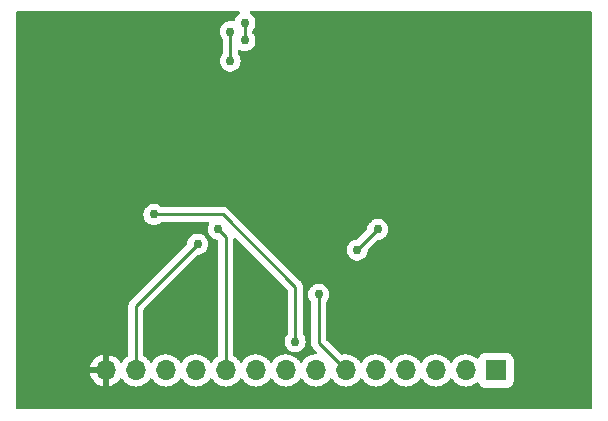
<source format=gbr>
%TF.GenerationSoftware,KiCad,Pcbnew,(5.99.0-9830-g9acf5e365a)*%
%TF.CreationDate,2021-04-09T09:54:32+02:00*%
%TF.ProjectId,Power Supply Control Board SG3525,506f7765-7220-4537-9570-706c7920436f,V 2.0*%
%TF.SameCoordinates,Original*%
%TF.FileFunction,Copper,L2,Bot*%
%TF.FilePolarity,Positive*%
%FSLAX46Y46*%
G04 Gerber Fmt 4.6, Leading zero omitted, Abs format (unit mm)*
G04 Created by KiCad (PCBNEW (5.99.0-9830-g9acf5e365a)) date 2021-04-09 09:54:32*
%MOMM*%
%LPD*%
G01*
G04 APERTURE LIST*
%TA.AperFunction,ComponentPad*%
%ADD10R,1.700000X1.700000*%
%TD*%
%TA.AperFunction,ComponentPad*%
%ADD11O,1.700000X1.700000*%
%TD*%
%TA.AperFunction,ViaPad*%
%ADD12C,0.762000*%
%TD*%
%TA.AperFunction,Conductor*%
%ADD13C,0.254000*%
%TD*%
G04 APERTURE END LIST*
D10*
%TO.P,J1,1,Pin_1*%
%TO.N,VB+*%
X143256000Y-123190000D03*
D11*
%TO.P,J1,2,Pin_2*%
%TO.N,unconnected-(J1-Pad2)*%
X140716000Y-123190000D03*
%TO.P,J1,3,Pin_3*%
%TO.N,HO*%
X138176000Y-123190000D03*
%TO.P,J1,4,Pin_4*%
%TO.N,Vs*%
X135636000Y-123190000D03*
%TO.P,J1,5,Pin_5*%
%TO.N,unconnected-(J1-Pad5)*%
X133096000Y-123190000D03*
%TO.P,J1,6,Pin_6*%
%TO.N,LO*%
X130556000Y-123190000D03*
%TO.P,J1,7,Pin_7*%
%TO.N,+16V*%
X128016000Y-123190000D03*
%TO.P,J1,8,Pin_8*%
%TO.N,FBK+*%
X125476000Y-123190000D03*
%TO.P,J1,9,Pin_9*%
%TO.N,FBK-*%
X122936000Y-123190000D03*
%TO.P,J1,10,Pin_10*%
%TO.N,ShutDown*%
X120396000Y-123190000D03*
%TO.P,J1,11,Pin_11*%
%TO.N,CS+*%
X117856000Y-123190000D03*
%TO.P,J1,12,Pin_12*%
%TO.N,CS-*%
X115316000Y-123190000D03*
%TO.P,J1,13,Pin_13*%
%TO.N,~ShutDown*%
X112776000Y-123190000D03*
%TO.P,J1,14,Pin_14*%
%TO.N,GND*%
X110236000Y-123190000D03*
%TD*%
D12*
%TO.N,GND*%
X106045000Y-99441000D03*
X116459000Y-102616000D03*
X117602000Y-117856000D03*
X129540000Y-120396000D03*
X109500000Y-93250000D03*
X104500000Y-93500000D03*
X136500000Y-108500000D03*
X132500000Y-108500000D03*
X125750000Y-110000000D03*
X124250000Y-110000000D03*
X131000000Y-103000000D03*
%TO.N,Net-(U2-Pad11)*%
X122000000Y-95250000D03*
X122000000Y-93750000D03*
%TO.N,+16V*%
X120750000Y-97000000D03*
X120750000Y-94500000D03*
%TO.N,GND*%
X125500000Y-103250000D03*
X111853597Y-97169635D03*
%TO.N,+Vref*%
X126250000Y-120750000D03*
%TO.N,GND*%
X108000000Y-113250000D03*
X105750000Y-113500000D03*
%TO.N,+16V*%
X133250000Y-111250000D03*
X131500000Y-113000000D03*
%TO.N,ShutDown*%
X119750000Y-111250000D03*
%TO.N,LO*%
X128250000Y-116750000D03*
%TO.N,+Vref*%
X114300000Y-109982000D03*
%TO.N,~ShutDown*%
X118000000Y-112500000D03*
%TD*%
D13*
%TO.N,+Vref*%
X120142000Y-109982000D02*
X114300000Y-109982000D01*
X126250000Y-116090000D02*
X120142000Y-109982000D01*
X126250000Y-120750000D02*
X126250000Y-116090000D01*
%TO.N,Net-(U2-Pad11)*%
X122000000Y-93750000D02*
X122000000Y-95250000D01*
%TO.N,+16V*%
X120750000Y-97000000D02*
X120750000Y-94500000D01*
X131500000Y-113000000D02*
X133250000Y-111250000D01*
%TO.N,ShutDown*%
X119750000Y-111250000D02*
X120396000Y-111896000D01*
X120396000Y-111896000D02*
X120396000Y-123190000D01*
%TO.N,LO*%
X128250000Y-120884000D02*
X130556000Y-123190000D01*
X128250000Y-116750000D02*
X128250000Y-120884000D01*
%TO.N,~ShutDown*%
X112776000Y-117724000D02*
X118000000Y-112500000D01*
X112776000Y-123190000D02*
X112776000Y-117724000D01*
%TD*%
%TA.AperFunction,Conductor*%
%TO.N,GND*%
G36*
X121532226Y-92778002D02*
G01*
X121578719Y-92831658D01*
X121588823Y-92901932D01*
X121559329Y-92966512D01*
X121538166Y-92985936D01*
X121401463Y-93085257D01*
X121276334Y-93224226D01*
X121273034Y-93229942D01*
X121273031Y-93229946D01*
X121186138Y-93380451D01*
X121182834Y-93386174D01*
X121180792Y-93392459D01*
X121127822Y-93555484D01*
X121087749Y-93614090D01*
X121022352Y-93641727D01*
X120981793Y-93639795D01*
X120946587Y-93632312D01*
X120849958Y-93611772D01*
X120849953Y-93611772D01*
X120843501Y-93610400D01*
X120656499Y-93610400D01*
X120650047Y-93611772D01*
X120650042Y-93611772D01*
X120565041Y-93629840D01*
X120473584Y-93649280D01*
X120467554Y-93651965D01*
X120467553Y-93651965D01*
X120308780Y-93722655D01*
X120308778Y-93722656D01*
X120302750Y-93725340D01*
X120297409Y-93729220D01*
X120297408Y-93729221D01*
X120174553Y-93818481D01*
X120151463Y-93835257D01*
X120026334Y-93974226D01*
X120023034Y-93979942D01*
X120023031Y-93979946D01*
X119942432Y-94119549D01*
X119932834Y-94136174D01*
X119875047Y-94314023D01*
X119874357Y-94320586D01*
X119874357Y-94320587D01*
X119863692Y-94422059D01*
X119855500Y-94500000D01*
X119856190Y-94506565D01*
X119868776Y-94626308D01*
X119875047Y-94685977D01*
X119932834Y-94863826D01*
X119936137Y-94869548D01*
X119936138Y-94869549D01*
X120023031Y-95020054D01*
X120023034Y-95020058D01*
X120026334Y-95025774D01*
X120030752Y-95030681D01*
X120030753Y-95030682D01*
X120082136Y-95087748D01*
X120112853Y-95151756D01*
X120114500Y-95172059D01*
X120114500Y-96327941D01*
X120094498Y-96396062D01*
X120082137Y-96412250D01*
X120026334Y-96474226D01*
X120023034Y-96479942D01*
X120023031Y-96479946D01*
X119936138Y-96630451D01*
X119932834Y-96636174D01*
X119875047Y-96814023D01*
X119855500Y-97000000D01*
X119875047Y-97185977D01*
X119932834Y-97363826D01*
X119936137Y-97369548D01*
X119936138Y-97369549D01*
X120023031Y-97520054D01*
X120023034Y-97520058D01*
X120026334Y-97525774D01*
X120151463Y-97664743D01*
X120302750Y-97774660D01*
X120308778Y-97777344D01*
X120308780Y-97777345D01*
X120467553Y-97848035D01*
X120473584Y-97850720D01*
X120565041Y-97870160D01*
X120650042Y-97888228D01*
X120650047Y-97888228D01*
X120656499Y-97889600D01*
X120843501Y-97889600D01*
X120849953Y-97888228D01*
X120849958Y-97888228D01*
X120934959Y-97870160D01*
X121026416Y-97850720D01*
X121032447Y-97848035D01*
X121191220Y-97777345D01*
X121191222Y-97777344D01*
X121197250Y-97774660D01*
X121348537Y-97664743D01*
X121473666Y-97525774D01*
X121476966Y-97520058D01*
X121476969Y-97520054D01*
X121563862Y-97369549D01*
X121563863Y-97369548D01*
X121567166Y-97363826D01*
X121624953Y-97185977D01*
X121644500Y-97000000D01*
X121624953Y-96814023D01*
X121567166Y-96636174D01*
X121563862Y-96630451D01*
X121476969Y-96479946D01*
X121476966Y-96479942D01*
X121473666Y-96474226D01*
X121417864Y-96412252D01*
X121387147Y-96348244D01*
X121385500Y-96327941D01*
X121385500Y-96144219D01*
X121405502Y-96076098D01*
X121459158Y-96029605D01*
X121529432Y-96019501D01*
X121562749Y-96029112D01*
X121668282Y-96076098D01*
X121723584Y-96100720D01*
X121815042Y-96120160D01*
X121900042Y-96138228D01*
X121900047Y-96138228D01*
X121906499Y-96139600D01*
X122093501Y-96139600D01*
X122099953Y-96138228D01*
X122099958Y-96138228D01*
X122184958Y-96120160D01*
X122276416Y-96100720D01*
X122282447Y-96098035D01*
X122441220Y-96027345D01*
X122441222Y-96027344D01*
X122447250Y-96024660D01*
X122598537Y-95914743D01*
X122614501Y-95897014D01*
X122719247Y-95780682D01*
X122719248Y-95780681D01*
X122723666Y-95775774D01*
X122726966Y-95770058D01*
X122726969Y-95770054D01*
X122813862Y-95619549D01*
X122813863Y-95619548D01*
X122817166Y-95613826D01*
X122874953Y-95435977D01*
X122894500Y-95250000D01*
X122884174Y-95151756D01*
X122875643Y-95070587D01*
X122875643Y-95070586D01*
X122874953Y-95064023D01*
X122817166Y-94886174D01*
X122807568Y-94869549D01*
X122726969Y-94729946D01*
X122726966Y-94729942D01*
X122723666Y-94724226D01*
X122667864Y-94662252D01*
X122637147Y-94598244D01*
X122635500Y-94577941D01*
X122635500Y-94422059D01*
X122655502Y-94353938D01*
X122667864Y-94337748D01*
X122719247Y-94280682D01*
X122719248Y-94280681D01*
X122723666Y-94275774D01*
X122726966Y-94270058D01*
X122726969Y-94270054D01*
X122813862Y-94119549D01*
X122813863Y-94119548D01*
X122817166Y-94113826D01*
X122874953Y-93935977D01*
X122894500Y-93750000D01*
X122879972Y-93611772D01*
X122875643Y-93570587D01*
X122875643Y-93570586D01*
X122874953Y-93564023D01*
X122872179Y-93555484D01*
X122819208Y-93392459D01*
X122817166Y-93386174D01*
X122813862Y-93380451D01*
X122726969Y-93229946D01*
X122726966Y-93229942D01*
X122723666Y-93224226D01*
X122598537Y-93085257D01*
X122461834Y-92985936D01*
X122418480Y-92929714D01*
X122412405Y-92858977D01*
X122445537Y-92796186D01*
X122507357Y-92761274D01*
X122535895Y-92758000D01*
X151258000Y-92758000D01*
X151326121Y-92778002D01*
X151372614Y-92831658D01*
X151384000Y-92884000D01*
X151384000Y-126366000D01*
X151363998Y-126434121D01*
X151310342Y-126480614D01*
X151258000Y-126492000D01*
X102742000Y-126492000D01*
X102673879Y-126471998D01*
X102627386Y-126418342D01*
X102616000Y-126366000D01*
X102616000Y-123462423D01*
X108904255Y-123462423D01*
X108912638Y-123514471D01*
X108915212Y-123524793D01*
X108986230Y-123732810D01*
X108990497Y-123742533D01*
X109095556Y-123935625D01*
X109101402Y-123944491D01*
X109237486Y-124117113D01*
X109244750Y-124124875D01*
X109407967Y-124272094D01*
X109416444Y-124278528D01*
X109602122Y-124396136D01*
X109611567Y-124401053D01*
X109814406Y-124485694D01*
X109824545Y-124488950D01*
X109964345Y-124521096D01*
X109978422Y-124520257D01*
X109982000Y-124510999D01*
X109982000Y-123462115D01*
X109977525Y-123446876D01*
X109976135Y-123445671D01*
X109968452Y-123444000D01*
X108919403Y-123444000D01*
X108906222Y-123447870D01*
X108904255Y-123462423D01*
X102616000Y-123462423D01*
X102616000Y-122918174D01*
X108905008Y-122918174D01*
X108906427Y-122931414D01*
X108921062Y-122936000D01*
X109963885Y-122936000D01*
X109979124Y-122931525D01*
X109980329Y-122930135D01*
X109982000Y-122922452D01*
X109982000Y-121873717D01*
X109981328Y-121871430D01*
X110490000Y-121871430D01*
X110490000Y-124509941D01*
X110494151Y-124524079D01*
X110504798Y-124525774D01*
X110508192Y-124525096D01*
X110719333Y-124463954D01*
X110729259Y-124460143D01*
X110927065Y-124364307D01*
X110936212Y-124358876D01*
X111115041Y-124231083D01*
X111123149Y-124224182D01*
X111277893Y-124068082D01*
X111284706Y-124059934D01*
X111403368Y-123890781D01*
X111458864Y-123846501D01*
X111529489Y-123839254D01*
X111592822Y-123871340D01*
X111617196Y-123902923D01*
X111637685Y-123940580D01*
X111780424Y-124121644D01*
X111784389Y-124125220D01*
X111947659Y-124272489D01*
X111947665Y-124272494D01*
X111951629Y-124276069D01*
X112146406Y-124399439D01*
X112359184Y-124488228D01*
X112364387Y-124489425D01*
X112364392Y-124489426D01*
X112578678Y-124538701D01*
X112578683Y-124538702D01*
X112583881Y-124539897D01*
X112589209Y-124540200D01*
X112589212Y-124540200D01*
X112745293Y-124549063D01*
X112814071Y-124552968D01*
X112819378Y-124552368D01*
X112819380Y-124552368D01*
X112940272Y-124538701D01*
X113043173Y-124527068D01*
X113048288Y-124525587D01*
X113048292Y-124525586D01*
X113173161Y-124489426D01*
X113264635Y-124462937D01*
X113472125Y-124362409D01*
X113476463Y-124359309D01*
X113476468Y-124359306D01*
X113655370Y-124231459D01*
X113659711Y-124228357D01*
X113769990Y-124117113D01*
X113818277Y-124068403D01*
X113818278Y-124068402D01*
X113822030Y-124064617D01*
X113825090Y-124060255D01*
X113825095Y-124060249D01*
X113943634Y-123891271D01*
X113999130Y-123846990D01*
X114069755Y-123839743D01*
X114133088Y-123871829D01*
X114157461Y-123903410D01*
X114177685Y-123940580D01*
X114320424Y-124121644D01*
X114324389Y-124125220D01*
X114487659Y-124272489D01*
X114487665Y-124272494D01*
X114491629Y-124276069D01*
X114686406Y-124399439D01*
X114899184Y-124488228D01*
X114904387Y-124489425D01*
X114904392Y-124489426D01*
X115118678Y-124538701D01*
X115118683Y-124538702D01*
X115123881Y-124539897D01*
X115129209Y-124540200D01*
X115129212Y-124540200D01*
X115285293Y-124549063D01*
X115354071Y-124552968D01*
X115359378Y-124552368D01*
X115359380Y-124552368D01*
X115480272Y-124538701D01*
X115583173Y-124527068D01*
X115588288Y-124525587D01*
X115588292Y-124525586D01*
X115713161Y-124489426D01*
X115804635Y-124462937D01*
X116012125Y-124362409D01*
X116016463Y-124359309D01*
X116016468Y-124359306D01*
X116195370Y-124231459D01*
X116199711Y-124228357D01*
X116309990Y-124117113D01*
X116358277Y-124068403D01*
X116358278Y-124068402D01*
X116362030Y-124064617D01*
X116365090Y-124060255D01*
X116365095Y-124060249D01*
X116483634Y-123891271D01*
X116539130Y-123846990D01*
X116609755Y-123839743D01*
X116673088Y-123871829D01*
X116697461Y-123903410D01*
X116717685Y-123940580D01*
X116860424Y-124121644D01*
X116864389Y-124125220D01*
X117027659Y-124272489D01*
X117027665Y-124272494D01*
X117031629Y-124276069D01*
X117226406Y-124399439D01*
X117439184Y-124488228D01*
X117444387Y-124489425D01*
X117444392Y-124489426D01*
X117658678Y-124538701D01*
X117658683Y-124538702D01*
X117663881Y-124539897D01*
X117669209Y-124540200D01*
X117669212Y-124540200D01*
X117825293Y-124549063D01*
X117894071Y-124552968D01*
X117899378Y-124552368D01*
X117899380Y-124552368D01*
X118020272Y-124538701D01*
X118123173Y-124527068D01*
X118128288Y-124525587D01*
X118128292Y-124525586D01*
X118253161Y-124489426D01*
X118344635Y-124462937D01*
X118552125Y-124362409D01*
X118556463Y-124359309D01*
X118556468Y-124359306D01*
X118735370Y-124231459D01*
X118739711Y-124228357D01*
X118849990Y-124117113D01*
X118898277Y-124068403D01*
X118898278Y-124068402D01*
X118902030Y-124064617D01*
X118905090Y-124060255D01*
X118905095Y-124060249D01*
X119023634Y-123891271D01*
X119079130Y-123846990D01*
X119149755Y-123839743D01*
X119213088Y-123871829D01*
X119237461Y-123903410D01*
X119257685Y-123940580D01*
X119400424Y-124121644D01*
X119404389Y-124125220D01*
X119567659Y-124272489D01*
X119567665Y-124272494D01*
X119571629Y-124276069D01*
X119766406Y-124399439D01*
X119979184Y-124488228D01*
X119984387Y-124489425D01*
X119984392Y-124489426D01*
X120198678Y-124538701D01*
X120198683Y-124538702D01*
X120203881Y-124539897D01*
X120209209Y-124540200D01*
X120209212Y-124540200D01*
X120365293Y-124549063D01*
X120434071Y-124552968D01*
X120439378Y-124552368D01*
X120439380Y-124552368D01*
X120560272Y-124538701D01*
X120663173Y-124527068D01*
X120668288Y-124525587D01*
X120668292Y-124525586D01*
X120793161Y-124489426D01*
X120884635Y-124462937D01*
X121092125Y-124362409D01*
X121096463Y-124359309D01*
X121096468Y-124359306D01*
X121275370Y-124231459D01*
X121279711Y-124228357D01*
X121389990Y-124117113D01*
X121438277Y-124068403D01*
X121438278Y-124068402D01*
X121442030Y-124064617D01*
X121445090Y-124060255D01*
X121445095Y-124060249D01*
X121563634Y-123891271D01*
X121619130Y-123846990D01*
X121689755Y-123839743D01*
X121753088Y-123871829D01*
X121777461Y-123903410D01*
X121797685Y-123940580D01*
X121940424Y-124121644D01*
X121944389Y-124125220D01*
X122107659Y-124272489D01*
X122107665Y-124272494D01*
X122111629Y-124276069D01*
X122306406Y-124399439D01*
X122519184Y-124488228D01*
X122524387Y-124489425D01*
X122524392Y-124489426D01*
X122738678Y-124538701D01*
X122738683Y-124538702D01*
X122743881Y-124539897D01*
X122749209Y-124540200D01*
X122749212Y-124540200D01*
X122905293Y-124549063D01*
X122974071Y-124552968D01*
X122979378Y-124552368D01*
X122979380Y-124552368D01*
X123100272Y-124538701D01*
X123203173Y-124527068D01*
X123208288Y-124525587D01*
X123208292Y-124525586D01*
X123333161Y-124489426D01*
X123424635Y-124462937D01*
X123632125Y-124362409D01*
X123636463Y-124359309D01*
X123636468Y-124359306D01*
X123815370Y-124231459D01*
X123819711Y-124228357D01*
X123929990Y-124117113D01*
X123978277Y-124068403D01*
X123978278Y-124068402D01*
X123982030Y-124064617D01*
X123985090Y-124060255D01*
X123985095Y-124060249D01*
X124103634Y-123891271D01*
X124159130Y-123846990D01*
X124229755Y-123839743D01*
X124293088Y-123871829D01*
X124317461Y-123903410D01*
X124337685Y-123940580D01*
X124480424Y-124121644D01*
X124484389Y-124125220D01*
X124647659Y-124272489D01*
X124647665Y-124272494D01*
X124651629Y-124276069D01*
X124846406Y-124399439D01*
X125059184Y-124488228D01*
X125064387Y-124489425D01*
X125064392Y-124489426D01*
X125278678Y-124538701D01*
X125278683Y-124538702D01*
X125283881Y-124539897D01*
X125289209Y-124540200D01*
X125289212Y-124540200D01*
X125445293Y-124549063D01*
X125514071Y-124552968D01*
X125519378Y-124552368D01*
X125519380Y-124552368D01*
X125640272Y-124538701D01*
X125743173Y-124527068D01*
X125748288Y-124525587D01*
X125748292Y-124525586D01*
X125873161Y-124489426D01*
X125964635Y-124462937D01*
X126172125Y-124362409D01*
X126176463Y-124359309D01*
X126176468Y-124359306D01*
X126355370Y-124231459D01*
X126359711Y-124228357D01*
X126469990Y-124117113D01*
X126518277Y-124068403D01*
X126518278Y-124068402D01*
X126522030Y-124064617D01*
X126525090Y-124060255D01*
X126525095Y-124060249D01*
X126643634Y-123891271D01*
X126699130Y-123846990D01*
X126769755Y-123839743D01*
X126833088Y-123871829D01*
X126857461Y-123903410D01*
X126877685Y-123940580D01*
X127020424Y-124121644D01*
X127024389Y-124125220D01*
X127187659Y-124272489D01*
X127187665Y-124272494D01*
X127191629Y-124276069D01*
X127386406Y-124399439D01*
X127599184Y-124488228D01*
X127604387Y-124489425D01*
X127604392Y-124489426D01*
X127818678Y-124538701D01*
X127818683Y-124538702D01*
X127823881Y-124539897D01*
X127829209Y-124540200D01*
X127829212Y-124540200D01*
X127985293Y-124549063D01*
X128054071Y-124552968D01*
X128059378Y-124552368D01*
X128059380Y-124552368D01*
X128180272Y-124538701D01*
X128283173Y-124527068D01*
X128288288Y-124525587D01*
X128288292Y-124525586D01*
X128413161Y-124489426D01*
X128504635Y-124462937D01*
X128712125Y-124362409D01*
X128716463Y-124359309D01*
X128716468Y-124359306D01*
X128895370Y-124231459D01*
X128899711Y-124228357D01*
X129009990Y-124117113D01*
X129058277Y-124068403D01*
X129058278Y-124068402D01*
X129062030Y-124064617D01*
X129065090Y-124060255D01*
X129065095Y-124060249D01*
X129183634Y-123891271D01*
X129239130Y-123846990D01*
X129309755Y-123839743D01*
X129373088Y-123871829D01*
X129397461Y-123903410D01*
X129417685Y-123940580D01*
X129560424Y-124121644D01*
X129564389Y-124125220D01*
X129727659Y-124272489D01*
X129727665Y-124272494D01*
X129731629Y-124276069D01*
X129926406Y-124399439D01*
X130139184Y-124488228D01*
X130144387Y-124489425D01*
X130144392Y-124489426D01*
X130358678Y-124538701D01*
X130358683Y-124538702D01*
X130363881Y-124539897D01*
X130369209Y-124540200D01*
X130369212Y-124540200D01*
X130525293Y-124549063D01*
X130594071Y-124552968D01*
X130599378Y-124552368D01*
X130599380Y-124552368D01*
X130720272Y-124538701D01*
X130823173Y-124527068D01*
X130828288Y-124525587D01*
X130828292Y-124525586D01*
X130953161Y-124489426D01*
X131044635Y-124462937D01*
X131252125Y-124362409D01*
X131256463Y-124359309D01*
X131256468Y-124359306D01*
X131435370Y-124231459D01*
X131439711Y-124228357D01*
X131549990Y-124117113D01*
X131598277Y-124068403D01*
X131598278Y-124068402D01*
X131602030Y-124064617D01*
X131605090Y-124060255D01*
X131605095Y-124060249D01*
X131723634Y-123891271D01*
X131779130Y-123846990D01*
X131849755Y-123839743D01*
X131913088Y-123871829D01*
X131937461Y-123903410D01*
X131957685Y-123940580D01*
X132100424Y-124121644D01*
X132104389Y-124125220D01*
X132267659Y-124272489D01*
X132267665Y-124272494D01*
X132271629Y-124276069D01*
X132466406Y-124399439D01*
X132679184Y-124488228D01*
X132684387Y-124489425D01*
X132684392Y-124489426D01*
X132898678Y-124538701D01*
X132898683Y-124538702D01*
X132903881Y-124539897D01*
X132909209Y-124540200D01*
X132909212Y-124540200D01*
X133065293Y-124549063D01*
X133134071Y-124552968D01*
X133139378Y-124552368D01*
X133139380Y-124552368D01*
X133260272Y-124538701D01*
X133363173Y-124527068D01*
X133368288Y-124525587D01*
X133368292Y-124525586D01*
X133493161Y-124489426D01*
X133584635Y-124462937D01*
X133792125Y-124362409D01*
X133796463Y-124359309D01*
X133796468Y-124359306D01*
X133975370Y-124231459D01*
X133979711Y-124228357D01*
X134089990Y-124117113D01*
X134138277Y-124068403D01*
X134138278Y-124068402D01*
X134142030Y-124064617D01*
X134145090Y-124060255D01*
X134145095Y-124060249D01*
X134263634Y-123891271D01*
X134319130Y-123846990D01*
X134389755Y-123839743D01*
X134453088Y-123871829D01*
X134477461Y-123903410D01*
X134497685Y-123940580D01*
X134640424Y-124121644D01*
X134644389Y-124125220D01*
X134807659Y-124272489D01*
X134807665Y-124272494D01*
X134811629Y-124276069D01*
X135006406Y-124399439D01*
X135219184Y-124488228D01*
X135224387Y-124489425D01*
X135224392Y-124489426D01*
X135438678Y-124538701D01*
X135438683Y-124538702D01*
X135443881Y-124539897D01*
X135449209Y-124540200D01*
X135449212Y-124540200D01*
X135605293Y-124549063D01*
X135674071Y-124552968D01*
X135679378Y-124552368D01*
X135679380Y-124552368D01*
X135800272Y-124538701D01*
X135903173Y-124527068D01*
X135908288Y-124525587D01*
X135908292Y-124525586D01*
X136033161Y-124489426D01*
X136124635Y-124462937D01*
X136332125Y-124362409D01*
X136336463Y-124359309D01*
X136336468Y-124359306D01*
X136515370Y-124231459D01*
X136519711Y-124228357D01*
X136629990Y-124117113D01*
X136678277Y-124068403D01*
X136678278Y-124068402D01*
X136682030Y-124064617D01*
X136685090Y-124060255D01*
X136685095Y-124060249D01*
X136803634Y-123891271D01*
X136859130Y-123846990D01*
X136929755Y-123839743D01*
X136993088Y-123871829D01*
X137017461Y-123903410D01*
X137037685Y-123940580D01*
X137180424Y-124121644D01*
X137184389Y-124125220D01*
X137347659Y-124272489D01*
X137347665Y-124272494D01*
X137351629Y-124276069D01*
X137546406Y-124399439D01*
X137759184Y-124488228D01*
X137764387Y-124489425D01*
X137764392Y-124489426D01*
X137978678Y-124538701D01*
X137978683Y-124538702D01*
X137983881Y-124539897D01*
X137989209Y-124540200D01*
X137989212Y-124540200D01*
X138145293Y-124549063D01*
X138214071Y-124552968D01*
X138219378Y-124552368D01*
X138219380Y-124552368D01*
X138340272Y-124538701D01*
X138443173Y-124527068D01*
X138448288Y-124525587D01*
X138448292Y-124525586D01*
X138573161Y-124489426D01*
X138664635Y-124462937D01*
X138872125Y-124362409D01*
X138876463Y-124359309D01*
X138876468Y-124359306D01*
X139055370Y-124231459D01*
X139059711Y-124228357D01*
X139169990Y-124117113D01*
X139218277Y-124068403D01*
X139218278Y-124068402D01*
X139222030Y-124064617D01*
X139225090Y-124060255D01*
X139225095Y-124060249D01*
X139343634Y-123891271D01*
X139399130Y-123846990D01*
X139469755Y-123839743D01*
X139533088Y-123871829D01*
X139557461Y-123903410D01*
X139577685Y-123940580D01*
X139720424Y-124121644D01*
X139724389Y-124125220D01*
X139887659Y-124272489D01*
X139887665Y-124272494D01*
X139891629Y-124276069D01*
X140086406Y-124399439D01*
X140299184Y-124488228D01*
X140304387Y-124489425D01*
X140304392Y-124489426D01*
X140518678Y-124538701D01*
X140518683Y-124538702D01*
X140523881Y-124539897D01*
X140529209Y-124540200D01*
X140529212Y-124540200D01*
X140685293Y-124549063D01*
X140754071Y-124552968D01*
X140759378Y-124552368D01*
X140759380Y-124552368D01*
X140880272Y-124538701D01*
X140983173Y-124527068D01*
X140988288Y-124525587D01*
X140988292Y-124525586D01*
X141113161Y-124489426D01*
X141204635Y-124462937D01*
X141412125Y-124362409D01*
X141416463Y-124359309D01*
X141416468Y-124359306D01*
X141595370Y-124231459D01*
X141599711Y-124228357D01*
X141603531Y-124224503D01*
X141603566Y-124224484D01*
X141607533Y-124221108D01*
X141608220Y-124221916D01*
X141665691Y-124190203D01*
X141736529Y-124194955D01*
X141793552Y-124237249D01*
X141807026Y-124259555D01*
X141865208Y-124383197D01*
X141967548Y-124506904D01*
X141973962Y-124511564D01*
X142062293Y-124575740D01*
X142097437Y-124601274D01*
X142104804Y-124604191D01*
X142104806Y-124604192D01*
X142157988Y-124625248D01*
X142246714Y-124660378D01*
X142254571Y-124661371D01*
X142254573Y-124661371D01*
X142402072Y-124680004D01*
X142402075Y-124680004D01*
X142406000Y-124680500D01*
X144106000Y-124680500D01*
X144120271Y-124680051D01*
X144141268Y-124679392D01*
X144141274Y-124679391D01*
X144146217Y-124679236D01*
X144151079Y-124678309D01*
X144151084Y-124678308D01*
X144222566Y-124664672D01*
X144303925Y-124649152D01*
X144449197Y-124580792D01*
X144572904Y-124478452D01*
X144629138Y-124401053D01*
X144662615Y-124354976D01*
X144662616Y-124354974D01*
X144667274Y-124348563D01*
X144726378Y-124199286D01*
X144727371Y-124191427D01*
X144746004Y-124043928D01*
X144746004Y-124043925D01*
X144746500Y-124040000D01*
X144746500Y-122340000D01*
X144745236Y-122299783D01*
X144715152Y-122142075D01*
X144646792Y-121996803D01*
X144544452Y-121873096D01*
X144496784Y-121838463D01*
X144420976Y-121783385D01*
X144420974Y-121783384D01*
X144414563Y-121778726D01*
X144407196Y-121775809D01*
X144407194Y-121775808D01*
X144339955Y-121749186D01*
X144265286Y-121719622D01*
X144257429Y-121718629D01*
X144257427Y-121718629D01*
X144109928Y-121699996D01*
X144109925Y-121699996D01*
X144106000Y-121699500D01*
X142406000Y-121699500D01*
X142391729Y-121699949D01*
X142370732Y-121700608D01*
X142370726Y-121700609D01*
X142365783Y-121700764D01*
X142360921Y-121701691D01*
X142360916Y-121701692D01*
X142289434Y-121715328D01*
X142208075Y-121730848D01*
X142062803Y-121799208D01*
X141939096Y-121901548D01*
X141934436Y-121907962D01*
X141879456Y-121983636D01*
X141844726Y-122031437D01*
X141820666Y-122092206D01*
X141811960Y-122114194D01*
X141768285Y-122170168D01*
X141701282Y-122193644D01*
X141632224Y-122177168D01*
X141619855Y-122168298D01*
X141619482Y-122168799D01*
X141573923Y-122134902D01*
X141434504Y-122031171D01*
X141429753Y-122028755D01*
X141429749Y-122028753D01*
X141233740Y-121929097D01*
X141233739Y-121929097D01*
X141228982Y-121926678D01*
X141105646Y-121888381D01*
X141013895Y-121859891D01*
X141013889Y-121859890D01*
X141008792Y-121858307D01*
X140903798Y-121844391D01*
X140785515Y-121828714D01*
X140785510Y-121828714D01*
X140780230Y-121828014D01*
X140774900Y-121828214D01*
X140774899Y-121828214D01*
X140665030Y-121832339D01*
X140549831Y-121836663D01*
X140467368Y-121853966D01*
X140329411Y-121882912D01*
X140329408Y-121882913D01*
X140324184Y-121884009D01*
X140109740Y-121968697D01*
X139912631Y-122088306D01*
X139908601Y-122091803D01*
X139791239Y-122193644D01*
X139738492Y-122239415D01*
X139735109Y-122243541D01*
X139735105Y-122243545D01*
X139637315Y-122362809D01*
X139592304Y-122417705D01*
X139589667Y-122422338D01*
X139589666Y-122422339D01*
X139556116Y-122481278D01*
X139505033Y-122530584D01*
X139435402Y-122544445D01*
X139369332Y-122518461D01*
X139342094Y-122489312D01*
X139336686Y-122481278D01*
X139238627Y-122335626D01*
X139204435Y-122299783D01*
X139090848Y-122180714D01*
X139079482Y-122168799D01*
X138894504Y-122031171D01*
X138889753Y-122028755D01*
X138889749Y-122028753D01*
X138693740Y-121929097D01*
X138693739Y-121929097D01*
X138688982Y-121926678D01*
X138565646Y-121888381D01*
X138473895Y-121859891D01*
X138473889Y-121859890D01*
X138468792Y-121858307D01*
X138363798Y-121844391D01*
X138245515Y-121828714D01*
X138245510Y-121828714D01*
X138240230Y-121828014D01*
X138234900Y-121828214D01*
X138234899Y-121828214D01*
X138125030Y-121832339D01*
X138009831Y-121836663D01*
X137927368Y-121853966D01*
X137789411Y-121882912D01*
X137789408Y-121882913D01*
X137784184Y-121884009D01*
X137569740Y-121968697D01*
X137372631Y-122088306D01*
X137368601Y-122091803D01*
X137251239Y-122193644D01*
X137198492Y-122239415D01*
X137195109Y-122243541D01*
X137195105Y-122243545D01*
X137097315Y-122362809D01*
X137052304Y-122417705D01*
X137049667Y-122422338D01*
X137049666Y-122422339D01*
X137016116Y-122481278D01*
X136965033Y-122530584D01*
X136895402Y-122544445D01*
X136829332Y-122518461D01*
X136802094Y-122489312D01*
X136796686Y-122481278D01*
X136698627Y-122335626D01*
X136664435Y-122299783D01*
X136550848Y-122180714D01*
X136539482Y-122168799D01*
X136354504Y-122031171D01*
X136349753Y-122028755D01*
X136349749Y-122028753D01*
X136153740Y-121929097D01*
X136153739Y-121929097D01*
X136148982Y-121926678D01*
X136025646Y-121888381D01*
X135933895Y-121859891D01*
X135933889Y-121859890D01*
X135928792Y-121858307D01*
X135823798Y-121844391D01*
X135705515Y-121828714D01*
X135705510Y-121828714D01*
X135700230Y-121828014D01*
X135694900Y-121828214D01*
X135694899Y-121828214D01*
X135585030Y-121832339D01*
X135469831Y-121836663D01*
X135387368Y-121853966D01*
X135249411Y-121882912D01*
X135249408Y-121882913D01*
X135244184Y-121884009D01*
X135029740Y-121968697D01*
X134832631Y-122088306D01*
X134828601Y-122091803D01*
X134711239Y-122193644D01*
X134658492Y-122239415D01*
X134655109Y-122243541D01*
X134655105Y-122243545D01*
X134557315Y-122362809D01*
X134512304Y-122417705D01*
X134509667Y-122422338D01*
X134509666Y-122422339D01*
X134476116Y-122481278D01*
X134425033Y-122530584D01*
X134355402Y-122544445D01*
X134289332Y-122518461D01*
X134262094Y-122489312D01*
X134256686Y-122481278D01*
X134158627Y-122335626D01*
X134124435Y-122299783D01*
X134010848Y-122180714D01*
X133999482Y-122168799D01*
X133814504Y-122031171D01*
X133809753Y-122028755D01*
X133809749Y-122028753D01*
X133613740Y-121929097D01*
X133613739Y-121929097D01*
X133608982Y-121926678D01*
X133485646Y-121888381D01*
X133393895Y-121859891D01*
X133393889Y-121859890D01*
X133388792Y-121858307D01*
X133283798Y-121844391D01*
X133165515Y-121828714D01*
X133165510Y-121828714D01*
X133160230Y-121828014D01*
X133154900Y-121828214D01*
X133154899Y-121828214D01*
X133045030Y-121832339D01*
X132929831Y-121836663D01*
X132847368Y-121853966D01*
X132709411Y-121882912D01*
X132709408Y-121882913D01*
X132704184Y-121884009D01*
X132489740Y-121968697D01*
X132292631Y-122088306D01*
X132288601Y-122091803D01*
X132171239Y-122193644D01*
X132118492Y-122239415D01*
X132115109Y-122243541D01*
X132115105Y-122243545D01*
X132017315Y-122362809D01*
X131972304Y-122417705D01*
X131969667Y-122422338D01*
X131969666Y-122422339D01*
X131936116Y-122481278D01*
X131885033Y-122530584D01*
X131815402Y-122544445D01*
X131749332Y-122518461D01*
X131722094Y-122489312D01*
X131716686Y-122481278D01*
X131618627Y-122335626D01*
X131584435Y-122299783D01*
X131470848Y-122180714D01*
X131459482Y-122168799D01*
X131274504Y-122031171D01*
X131269753Y-122028755D01*
X131269749Y-122028753D01*
X131073740Y-121929097D01*
X131073739Y-121929097D01*
X131068982Y-121926678D01*
X130945646Y-121888381D01*
X130853895Y-121859891D01*
X130853889Y-121859890D01*
X130848792Y-121858307D01*
X130743798Y-121844391D01*
X130625515Y-121828714D01*
X130625510Y-121828714D01*
X130620230Y-121828014D01*
X130614900Y-121828214D01*
X130614899Y-121828214D01*
X130505030Y-121832339D01*
X130389831Y-121836663D01*
X130218163Y-121872683D01*
X130147388Y-121867096D01*
X130103195Y-121838463D01*
X128922405Y-120657672D01*
X128888379Y-120595360D01*
X128885500Y-120568577D01*
X128885500Y-117422059D01*
X128905502Y-117353938D01*
X128917864Y-117337748D01*
X128969247Y-117280682D01*
X128969248Y-117280681D01*
X128973666Y-117275774D01*
X128976966Y-117270058D01*
X128976969Y-117270054D01*
X129063862Y-117119549D01*
X129063863Y-117119548D01*
X129067166Y-117113826D01*
X129124953Y-116935977D01*
X129144500Y-116750000D01*
X129124953Y-116564023D01*
X129067166Y-116386174D01*
X129026840Y-116316327D01*
X128976969Y-116229946D01*
X128976966Y-116229942D01*
X128973666Y-116224226D01*
X128969247Y-116219318D01*
X128852952Y-116090160D01*
X128852950Y-116090159D01*
X128848537Y-116085257D01*
X128778181Y-116034140D01*
X128702592Y-115979221D01*
X128702591Y-115979220D01*
X128697250Y-115975340D01*
X128691222Y-115972656D01*
X128691220Y-115972655D01*
X128532447Y-115901965D01*
X128532446Y-115901965D01*
X128526416Y-115899280D01*
X128427351Y-115878223D01*
X128349958Y-115861772D01*
X128349953Y-115861772D01*
X128343501Y-115860400D01*
X128156499Y-115860400D01*
X128150047Y-115861772D01*
X128150042Y-115861772D01*
X128072649Y-115878223D01*
X127973584Y-115899280D01*
X127967554Y-115901965D01*
X127967553Y-115901965D01*
X127808780Y-115972655D01*
X127808778Y-115972656D01*
X127802750Y-115975340D01*
X127797409Y-115979220D01*
X127797408Y-115979221D01*
X127721819Y-116034140D01*
X127651463Y-116085257D01*
X127647050Y-116090159D01*
X127647048Y-116090160D01*
X127530753Y-116219318D01*
X127526334Y-116224226D01*
X127523034Y-116229942D01*
X127523031Y-116229946D01*
X127473160Y-116316327D01*
X127432834Y-116386174D01*
X127375047Y-116564023D01*
X127355500Y-116750000D01*
X127375047Y-116935977D01*
X127432834Y-117113826D01*
X127436137Y-117119548D01*
X127436138Y-117119549D01*
X127523031Y-117270054D01*
X127523034Y-117270058D01*
X127526334Y-117275774D01*
X127530752Y-117280681D01*
X127530753Y-117280682D01*
X127582136Y-117337748D01*
X127612853Y-117401756D01*
X127614500Y-117422059D01*
X127614500Y-120805512D01*
X127613989Y-120816355D01*
X127612342Y-120823723D01*
X127612591Y-120831648D01*
X127612591Y-120831649D01*
X127614438Y-120890405D01*
X127614500Y-120894364D01*
X127614500Y-120923580D01*
X127615060Y-120928009D01*
X127615993Y-120939851D01*
X127617386Y-120984196D01*
X127623066Y-121003746D01*
X127627069Y-121023079D01*
X127629622Y-121043286D01*
X127632541Y-121050658D01*
X127632542Y-121050663D01*
X127645955Y-121084541D01*
X127649799Y-121095768D01*
X127653220Y-121107541D01*
X127662178Y-121138373D01*
X127666213Y-121145196D01*
X127666214Y-121145198D01*
X127672539Y-121155893D01*
X127681234Y-121173640D01*
X127688726Y-121192563D01*
X127693387Y-121198979D01*
X127693388Y-121198980D01*
X127714799Y-121228449D01*
X127721318Y-121238373D01*
X127740878Y-121271449D01*
X127740885Y-121271458D01*
X127743906Y-121276567D01*
X127744443Y-121277176D01*
X127758485Y-121291218D01*
X127771325Y-121306251D01*
X127783096Y-121322452D01*
X127816867Y-121350390D01*
X127825646Y-121358379D01*
X128083326Y-121616059D01*
X128117352Y-121678371D01*
X128112287Y-121749186D01*
X128069740Y-121806022D01*
X127998958Y-121831065D01*
X127849831Y-121836663D01*
X127767368Y-121853966D01*
X127629411Y-121882912D01*
X127629408Y-121882913D01*
X127624184Y-121884009D01*
X127409740Y-121968697D01*
X127212631Y-122088306D01*
X127208601Y-122091803D01*
X127091239Y-122193644D01*
X127038492Y-122239415D01*
X127035109Y-122243541D01*
X127035105Y-122243545D01*
X126937315Y-122362809D01*
X126892304Y-122417705D01*
X126889667Y-122422338D01*
X126889666Y-122422339D01*
X126856116Y-122481278D01*
X126805033Y-122530584D01*
X126735402Y-122544445D01*
X126669332Y-122518461D01*
X126642094Y-122489312D01*
X126636686Y-122481278D01*
X126538627Y-122335626D01*
X126504435Y-122299783D01*
X126390848Y-122180714D01*
X126379482Y-122168799D01*
X126194504Y-122031171D01*
X126189753Y-122028755D01*
X126189749Y-122028753D01*
X125993740Y-121929097D01*
X125993739Y-121929097D01*
X125988982Y-121926678D01*
X125865646Y-121888381D01*
X125773895Y-121859891D01*
X125773889Y-121859890D01*
X125768792Y-121858307D01*
X125663798Y-121844391D01*
X125545515Y-121828714D01*
X125545510Y-121828714D01*
X125540230Y-121828014D01*
X125534900Y-121828214D01*
X125534899Y-121828214D01*
X125425030Y-121832339D01*
X125309831Y-121836663D01*
X125227368Y-121853966D01*
X125089411Y-121882912D01*
X125089408Y-121882913D01*
X125084184Y-121884009D01*
X124869740Y-121968697D01*
X124672631Y-122088306D01*
X124668601Y-122091803D01*
X124551239Y-122193644D01*
X124498492Y-122239415D01*
X124495109Y-122243541D01*
X124495105Y-122243545D01*
X124397315Y-122362809D01*
X124352304Y-122417705D01*
X124349667Y-122422338D01*
X124349666Y-122422339D01*
X124316116Y-122481278D01*
X124265033Y-122530584D01*
X124195402Y-122544445D01*
X124129332Y-122518461D01*
X124102094Y-122489312D01*
X124096686Y-122481278D01*
X123998627Y-122335626D01*
X123964435Y-122299783D01*
X123850848Y-122180714D01*
X123839482Y-122168799D01*
X123654504Y-122031171D01*
X123649753Y-122028755D01*
X123649749Y-122028753D01*
X123453740Y-121929097D01*
X123453739Y-121929097D01*
X123448982Y-121926678D01*
X123325646Y-121888381D01*
X123233895Y-121859891D01*
X123233889Y-121859890D01*
X123228792Y-121858307D01*
X123123798Y-121844391D01*
X123005515Y-121828714D01*
X123005510Y-121828714D01*
X123000230Y-121828014D01*
X122994900Y-121828214D01*
X122994899Y-121828214D01*
X122885030Y-121832339D01*
X122769831Y-121836663D01*
X122687368Y-121853966D01*
X122549411Y-121882912D01*
X122549408Y-121882913D01*
X122544184Y-121884009D01*
X122329740Y-121968697D01*
X122132631Y-122088306D01*
X122128601Y-122091803D01*
X122011239Y-122193644D01*
X121958492Y-122239415D01*
X121955109Y-122243541D01*
X121955105Y-122243545D01*
X121857315Y-122362809D01*
X121812304Y-122417705D01*
X121809667Y-122422338D01*
X121809666Y-122422339D01*
X121776116Y-122481278D01*
X121725033Y-122530584D01*
X121655402Y-122544445D01*
X121589332Y-122518461D01*
X121562094Y-122489312D01*
X121556686Y-122481278D01*
X121458627Y-122335626D01*
X121424435Y-122299783D01*
X121310848Y-122180714D01*
X121299482Y-122168799D01*
X121124766Y-122038806D01*
X121118792Y-122034361D01*
X121118786Y-122034357D01*
X121114504Y-122031171D01*
X121100396Y-122023998D01*
X121048739Y-121975298D01*
X121031500Y-121911682D01*
X121031500Y-112074423D01*
X121051502Y-112006302D01*
X121105158Y-111959809D01*
X121175432Y-111949705D01*
X121240012Y-111979199D01*
X121246595Y-111985328D01*
X125577595Y-116316327D01*
X125611621Y-116378639D01*
X125614500Y-116405422D01*
X125614500Y-120077941D01*
X125594498Y-120146062D01*
X125582137Y-120162250D01*
X125526334Y-120224226D01*
X125523034Y-120229942D01*
X125523031Y-120229946D01*
X125436138Y-120380451D01*
X125432834Y-120386174D01*
X125375047Y-120564023D01*
X125355500Y-120750000D01*
X125356190Y-120756565D01*
X125374210Y-120928009D01*
X125375047Y-120935977D01*
X125432834Y-121113826D01*
X125436137Y-121119548D01*
X125436138Y-121119549D01*
X125523031Y-121270054D01*
X125523034Y-121270058D01*
X125526334Y-121275774D01*
X125530752Y-121280681D01*
X125530753Y-121280682D01*
X125553777Y-121306252D01*
X125651463Y-121414743D01*
X125802750Y-121524660D01*
X125808778Y-121527344D01*
X125808780Y-121527345D01*
X125967553Y-121598035D01*
X125973584Y-121600720D01*
X126045748Y-121616059D01*
X126150042Y-121638228D01*
X126150047Y-121638228D01*
X126156499Y-121639600D01*
X126343501Y-121639600D01*
X126349953Y-121638228D01*
X126349958Y-121638228D01*
X126454252Y-121616059D01*
X126526416Y-121600720D01*
X126532447Y-121598035D01*
X126691220Y-121527345D01*
X126691222Y-121527344D01*
X126697250Y-121524660D01*
X126848537Y-121414743D01*
X126946224Y-121306252D01*
X126969247Y-121280682D01*
X126969248Y-121280681D01*
X126973666Y-121275774D01*
X126976966Y-121270058D01*
X126976969Y-121270054D01*
X127063862Y-121119549D01*
X127063863Y-121119548D01*
X127067166Y-121113826D01*
X127124953Y-120935977D01*
X127125791Y-120928009D01*
X127143810Y-120756565D01*
X127144500Y-120750000D01*
X127124953Y-120564023D01*
X127067166Y-120386174D01*
X127063862Y-120380451D01*
X126976969Y-120229946D01*
X126976966Y-120229942D01*
X126973666Y-120224226D01*
X126917864Y-120162252D01*
X126887147Y-120098244D01*
X126885500Y-120077941D01*
X126885500Y-116168483D01*
X126886011Y-116157639D01*
X126887657Y-116150276D01*
X126885562Y-116083623D01*
X126885500Y-116079667D01*
X126885500Y-116050420D01*
X126884939Y-116045982D01*
X126884006Y-116034140D01*
X126882862Y-115997728D01*
X126882613Y-115989803D01*
X126876939Y-115970273D01*
X126872929Y-115950910D01*
X126871371Y-115938574D01*
X126871371Y-115938573D01*
X126870378Y-115930714D01*
X126867462Y-115923349D01*
X126867461Y-115923345D01*
X126854042Y-115889452D01*
X126850197Y-115878223D01*
X126837822Y-115835627D01*
X126827461Y-115818107D01*
X126818766Y-115800360D01*
X126811274Y-115781437D01*
X126785200Y-115745549D01*
X126778682Y-115735627D01*
X126759136Y-115702576D01*
X126759134Y-115702573D01*
X126756094Y-115697433D01*
X126755556Y-115696824D01*
X126741518Y-115682786D01*
X126728677Y-115667752D01*
X126721564Y-115657961D01*
X126721561Y-115657958D01*
X126716904Y-115651548D01*
X126683122Y-115623601D01*
X126674343Y-115615611D01*
X124058732Y-113000000D01*
X130605500Y-113000000D01*
X130625047Y-113185977D01*
X130682834Y-113363826D01*
X130686137Y-113369548D01*
X130686138Y-113369549D01*
X130773031Y-113520054D01*
X130773034Y-113520058D01*
X130776334Y-113525774D01*
X130901463Y-113664743D01*
X131052750Y-113774660D01*
X131058778Y-113777344D01*
X131058780Y-113777345D01*
X131217553Y-113848035D01*
X131223584Y-113850720D01*
X131315041Y-113870160D01*
X131400042Y-113888228D01*
X131400047Y-113888228D01*
X131406499Y-113889600D01*
X131593501Y-113889600D01*
X131599953Y-113888228D01*
X131599958Y-113888228D01*
X131684959Y-113870160D01*
X131776416Y-113850720D01*
X131782447Y-113848035D01*
X131941220Y-113777345D01*
X131941222Y-113777344D01*
X131947250Y-113774660D01*
X132098537Y-113664743D01*
X132223666Y-113525774D01*
X132226966Y-113520058D01*
X132226969Y-113520054D01*
X132313862Y-113369549D01*
X132313863Y-113369548D01*
X132317166Y-113363826D01*
X132374953Y-113185977D01*
X132389339Y-113049102D01*
X132416352Y-112983447D01*
X132425554Y-112973179D01*
X133222228Y-112176505D01*
X133284540Y-112142479D01*
X133311323Y-112139600D01*
X133343501Y-112139600D01*
X133349953Y-112138228D01*
X133349958Y-112138228D01*
X133434959Y-112120160D01*
X133526416Y-112100720D01*
X133532447Y-112098035D01*
X133691220Y-112027345D01*
X133691222Y-112027344D01*
X133697250Y-112024660D01*
X133722518Y-112006302D01*
X133843198Y-111918622D01*
X133848537Y-111914743D01*
X133910358Y-111846085D01*
X133969247Y-111780682D01*
X133969248Y-111780681D01*
X133973666Y-111775774D01*
X133976966Y-111770058D01*
X133976969Y-111770054D01*
X134063862Y-111619549D01*
X134063863Y-111619548D01*
X134067166Y-111613826D01*
X134124953Y-111435977D01*
X134144500Y-111250000D01*
X134124953Y-111064023D01*
X134067166Y-110886174D01*
X134036305Y-110832720D01*
X133976969Y-110729946D01*
X133976966Y-110729942D01*
X133973666Y-110724226D01*
X133943891Y-110691158D01*
X133852952Y-110590160D01*
X133852950Y-110590159D01*
X133848537Y-110585257D01*
X133748647Y-110512682D01*
X133702592Y-110479221D01*
X133702591Y-110479220D01*
X133697250Y-110475340D01*
X133691222Y-110472656D01*
X133691220Y-110472655D01*
X133532447Y-110401965D01*
X133532446Y-110401965D01*
X133526416Y-110399280D01*
X133434958Y-110379840D01*
X133349958Y-110361772D01*
X133349953Y-110361772D01*
X133343501Y-110360400D01*
X133156499Y-110360400D01*
X133150047Y-110361772D01*
X133150042Y-110361772D01*
X133065042Y-110379840D01*
X132973584Y-110399280D01*
X132967554Y-110401965D01*
X132967553Y-110401965D01*
X132808780Y-110472655D01*
X132808778Y-110472656D01*
X132802750Y-110475340D01*
X132797409Y-110479220D01*
X132797408Y-110479221D01*
X132751353Y-110512682D01*
X132651463Y-110585257D01*
X132647050Y-110590159D01*
X132647048Y-110590160D01*
X132556109Y-110691158D01*
X132526334Y-110724226D01*
X132523034Y-110729942D01*
X132523031Y-110729946D01*
X132463695Y-110832720D01*
X132432834Y-110886174D01*
X132375047Y-111064023D01*
X132374357Y-111070586D01*
X132374357Y-111070587D01*
X132360661Y-111200897D01*
X132333648Y-111266553D01*
X132324446Y-111276821D01*
X131527772Y-112073495D01*
X131465460Y-112107521D01*
X131438677Y-112110400D01*
X131406499Y-112110400D01*
X131400047Y-112111772D01*
X131400042Y-112111772D01*
X131315042Y-112129840D01*
X131223584Y-112149280D01*
X131217554Y-112151965D01*
X131217553Y-112151965D01*
X131058780Y-112222655D01*
X131058778Y-112222656D01*
X131052750Y-112225340D01*
X130901463Y-112335257D01*
X130897050Y-112340159D01*
X130897048Y-112340160D01*
X130780753Y-112469318D01*
X130776334Y-112474226D01*
X130773034Y-112479942D01*
X130773031Y-112479946D01*
X130745968Y-112526821D01*
X130682834Y-112636174D01*
X130625047Y-112814023D01*
X130605500Y-113000000D01*
X124058732Y-113000000D01*
X120646870Y-109588137D01*
X120639559Y-109580104D01*
X120635514Y-109573730D01*
X120586880Y-109528060D01*
X120584039Y-109525306D01*
X120563379Y-109504646D01*
X120560253Y-109502221D01*
X120560246Y-109502215D01*
X120559844Y-109501904D01*
X120550815Y-109494193D01*
X120524252Y-109469249D01*
X120518476Y-109463825D01*
X120500646Y-109454023D01*
X120484123Y-109443169D01*
X120468041Y-109430694D01*
X120427315Y-109413070D01*
X120416668Y-109407854D01*
X120377784Y-109386478D01*
X120358079Y-109381419D01*
X120339370Y-109375014D01*
X120327967Y-109370079D01*
X120327964Y-109370078D01*
X120320694Y-109366932D01*
X120312869Y-109365693D01*
X120312867Y-109365692D01*
X120276872Y-109359991D01*
X120265251Y-109357584D01*
X120235371Y-109349913D01*
X120222276Y-109346551D01*
X120221465Y-109346500D01*
X120201604Y-109346500D01*
X120181894Y-109344949D01*
X120169948Y-109343057D01*
X120162119Y-109341817D01*
X120128983Y-109344949D01*
X120118488Y-109345941D01*
X120106631Y-109346500D01*
X114978350Y-109346500D01*
X114910229Y-109326498D01*
X114899439Y-109318259D01*
X114898537Y-109317257D01*
X114747250Y-109207340D01*
X114741222Y-109204656D01*
X114741220Y-109204655D01*
X114582447Y-109133965D01*
X114582446Y-109133965D01*
X114576416Y-109131280D01*
X114484959Y-109111840D01*
X114399958Y-109093772D01*
X114399953Y-109093772D01*
X114393501Y-109092400D01*
X114206499Y-109092400D01*
X114200047Y-109093772D01*
X114200042Y-109093772D01*
X114115041Y-109111840D01*
X114023584Y-109131280D01*
X114017554Y-109133965D01*
X114017553Y-109133965D01*
X113858780Y-109204655D01*
X113858778Y-109204656D01*
X113852750Y-109207340D01*
X113701463Y-109317257D01*
X113697050Y-109322159D01*
X113697048Y-109322160D01*
X113582617Y-109449248D01*
X113576334Y-109456226D01*
X113573034Y-109461942D01*
X113573031Y-109461946D01*
X113500176Y-109588137D01*
X113482834Y-109618174D01*
X113425047Y-109796023D01*
X113405500Y-109982000D01*
X113425047Y-110167977D01*
X113482834Y-110345826D01*
X113486137Y-110351548D01*
X113486138Y-110351549D01*
X113573031Y-110502054D01*
X113573034Y-110502058D01*
X113576334Y-110507774D01*
X113580752Y-110512681D01*
X113580753Y-110512682D01*
X113642608Y-110581378D01*
X113701463Y-110646743D01*
X113706802Y-110650622D01*
X113815982Y-110729946D01*
X113852750Y-110756660D01*
X113858778Y-110759344D01*
X113858780Y-110759345D01*
X114017553Y-110830035D01*
X114023584Y-110832720D01*
X114115042Y-110852160D01*
X114200042Y-110870228D01*
X114200047Y-110870228D01*
X114206499Y-110871600D01*
X114393501Y-110871600D01*
X114399953Y-110870228D01*
X114399958Y-110870228D01*
X114484959Y-110852160D01*
X114576416Y-110832720D01*
X114582447Y-110830035D01*
X114741220Y-110759345D01*
X114741222Y-110759344D01*
X114747250Y-110756660D01*
X114784019Y-110729946D01*
X114893198Y-110650622D01*
X114898537Y-110646743D01*
X114899055Y-110647457D01*
X114958049Y-110619146D01*
X114978350Y-110617500D01*
X118869714Y-110617500D01*
X118937835Y-110637502D01*
X118984328Y-110691158D01*
X118994432Y-110761432D01*
X118978834Y-110806499D01*
X118932834Y-110886174D01*
X118875047Y-111064023D01*
X118855500Y-111250000D01*
X118875047Y-111435977D01*
X118932834Y-111613826D01*
X118936137Y-111619548D01*
X118936138Y-111619549D01*
X119023031Y-111770054D01*
X119023034Y-111770058D01*
X119026334Y-111775774D01*
X119030752Y-111780681D01*
X119030753Y-111780682D01*
X119089643Y-111846085D01*
X119151463Y-111914743D01*
X119156802Y-111918622D01*
X119277483Y-112006302D01*
X119302750Y-112024660D01*
X119308778Y-112027344D01*
X119308780Y-112027345D01*
X119467553Y-112098035D01*
X119473584Y-112100720D01*
X119613457Y-112130451D01*
X119656499Y-112139600D01*
X119656106Y-112141451D01*
X119713322Y-112164987D01*
X119753955Y-112223206D01*
X119760500Y-112263288D01*
X119760500Y-121915515D01*
X119740498Y-121983636D01*
X119699866Y-122023234D01*
X119592631Y-122088306D01*
X119588601Y-122091803D01*
X119471239Y-122193644D01*
X119418492Y-122239415D01*
X119415109Y-122243541D01*
X119415105Y-122243545D01*
X119317315Y-122362809D01*
X119272304Y-122417705D01*
X119269667Y-122422338D01*
X119269666Y-122422339D01*
X119236116Y-122481278D01*
X119185033Y-122530584D01*
X119115402Y-122544445D01*
X119049332Y-122518461D01*
X119022094Y-122489312D01*
X119016686Y-122481278D01*
X118918627Y-122335626D01*
X118884435Y-122299783D01*
X118770848Y-122180714D01*
X118759482Y-122168799D01*
X118574504Y-122031171D01*
X118569753Y-122028755D01*
X118569749Y-122028753D01*
X118373740Y-121929097D01*
X118373739Y-121929097D01*
X118368982Y-121926678D01*
X118245646Y-121888381D01*
X118153895Y-121859891D01*
X118153889Y-121859890D01*
X118148792Y-121858307D01*
X118043798Y-121844391D01*
X117925515Y-121828714D01*
X117925510Y-121828714D01*
X117920230Y-121828014D01*
X117914900Y-121828214D01*
X117914899Y-121828214D01*
X117805030Y-121832339D01*
X117689831Y-121836663D01*
X117607368Y-121853966D01*
X117469411Y-121882912D01*
X117469408Y-121882913D01*
X117464184Y-121884009D01*
X117249740Y-121968697D01*
X117052631Y-122088306D01*
X117048601Y-122091803D01*
X116931239Y-122193644D01*
X116878492Y-122239415D01*
X116875109Y-122243541D01*
X116875105Y-122243545D01*
X116777315Y-122362809D01*
X116732304Y-122417705D01*
X116729667Y-122422338D01*
X116729666Y-122422339D01*
X116696116Y-122481278D01*
X116645033Y-122530584D01*
X116575402Y-122544445D01*
X116509332Y-122518461D01*
X116482094Y-122489312D01*
X116476686Y-122481278D01*
X116378627Y-122335626D01*
X116344435Y-122299783D01*
X116230848Y-122180714D01*
X116219482Y-122168799D01*
X116034504Y-122031171D01*
X116029753Y-122028755D01*
X116029749Y-122028753D01*
X115833740Y-121929097D01*
X115833739Y-121929097D01*
X115828982Y-121926678D01*
X115705646Y-121888381D01*
X115613895Y-121859891D01*
X115613889Y-121859890D01*
X115608792Y-121858307D01*
X115503798Y-121844391D01*
X115385515Y-121828714D01*
X115385510Y-121828714D01*
X115380230Y-121828014D01*
X115374900Y-121828214D01*
X115374899Y-121828214D01*
X115265030Y-121832339D01*
X115149831Y-121836663D01*
X115067368Y-121853966D01*
X114929411Y-121882912D01*
X114929408Y-121882913D01*
X114924184Y-121884009D01*
X114709740Y-121968697D01*
X114512631Y-122088306D01*
X114508601Y-122091803D01*
X114391239Y-122193644D01*
X114338492Y-122239415D01*
X114335109Y-122243541D01*
X114335105Y-122243545D01*
X114237315Y-122362809D01*
X114192304Y-122417705D01*
X114189667Y-122422338D01*
X114189666Y-122422339D01*
X114156116Y-122481278D01*
X114105033Y-122530584D01*
X114035402Y-122544445D01*
X113969332Y-122518461D01*
X113942094Y-122489312D01*
X113936686Y-122481278D01*
X113838627Y-122335626D01*
X113804435Y-122299783D01*
X113690848Y-122180714D01*
X113679482Y-122168799D01*
X113504766Y-122038806D01*
X113498792Y-122034361D01*
X113498786Y-122034357D01*
X113494504Y-122031171D01*
X113480396Y-122023998D01*
X113428739Y-121975298D01*
X113411500Y-121911682D01*
X113411500Y-118039423D01*
X113431502Y-117971302D01*
X113448405Y-117950328D01*
X117972228Y-113426505D01*
X118034540Y-113392479D01*
X118061323Y-113389600D01*
X118093501Y-113389600D01*
X118099953Y-113388228D01*
X118099958Y-113388228D01*
X118214757Y-113363826D01*
X118276416Y-113350720D01*
X118282447Y-113348035D01*
X118441220Y-113277345D01*
X118441222Y-113277344D01*
X118447250Y-113274660D01*
X118598537Y-113164743D01*
X118702661Y-113049103D01*
X118719247Y-113030682D01*
X118719248Y-113030681D01*
X118723666Y-113025774D01*
X118726966Y-113020058D01*
X118726969Y-113020054D01*
X118813862Y-112869549D01*
X118813863Y-112869548D01*
X118817166Y-112863826D01*
X118874953Y-112685977D01*
X118894500Y-112500000D01*
X118874953Y-112314023D01*
X118817166Y-112136174D01*
X118803078Y-112111772D01*
X118726969Y-111979946D01*
X118726966Y-111979942D01*
X118723666Y-111974226D01*
X118645686Y-111887621D01*
X118602952Y-111840160D01*
X118602950Y-111840159D01*
X118598537Y-111835257D01*
X118447250Y-111725340D01*
X118441222Y-111722656D01*
X118441220Y-111722655D01*
X118282447Y-111651965D01*
X118282446Y-111651965D01*
X118276416Y-111649280D01*
X118184958Y-111629840D01*
X118099958Y-111611772D01*
X118099953Y-111611772D01*
X118093501Y-111610400D01*
X117906499Y-111610400D01*
X117900047Y-111611772D01*
X117900042Y-111611772D01*
X117815041Y-111629840D01*
X117723584Y-111649280D01*
X117717554Y-111651965D01*
X117717553Y-111651965D01*
X117558780Y-111722655D01*
X117558778Y-111722656D01*
X117552750Y-111725340D01*
X117401463Y-111835257D01*
X117397050Y-111840159D01*
X117397048Y-111840160D01*
X117354314Y-111887621D01*
X117276334Y-111974226D01*
X117273034Y-111979942D01*
X117273031Y-111979946D01*
X117196922Y-112111772D01*
X117182834Y-112136174D01*
X117125047Y-112314023D01*
X117124357Y-112320586D01*
X117124357Y-112320587D01*
X117110661Y-112450897D01*
X117083648Y-112516553D01*
X117074446Y-112526821D01*
X112382137Y-117219130D01*
X112374104Y-117226441D01*
X112367730Y-117230486D01*
X112325202Y-117275774D01*
X112322061Y-117279119D01*
X112319306Y-117281961D01*
X112298646Y-117302621D01*
X112296221Y-117305747D01*
X112296215Y-117305754D01*
X112295904Y-117306156D01*
X112288194Y-117315183D01*
X112257825Y-117347524D01*
X112248023Y-117365354D01*
X112237170Y-117381876D01*
X112224694Y-117397959D01*
X112221547Y-117405232D01*
X112207071Y-117438683D01*
X112201854Y-117449332D01*
X112180478Y-117488216D01*
X112178507Y-117495894D01*
X112175419Y-117507921D01*
X112169014Y-117526630D01*
X112160932Y-117545306D01*
X112159693Y-117553131D01*
X112159692Y-117553133D01*
X112153991Y-117589128D01*
X112151584Y-117600749D01*
X112143913Y-117630629D01*
X112140551Y-117643724D01*
X112140500Y-117644535D01*
X112140500Y-117664396D01*
X112138949Y-117684106D01*
X112135817Y-117703881D01*
X112136563Y-117711773D01*
X112139941Y-117747512D01*
X112140500Y-117759369D01*
X112140500Y-121915515D01*
X112120498Y-121983636D01*
X112079866Y-122023234D01*
X111972631Y-122088306D01*
X111968601Y-122091803D01*
X111851239Y-122193644D01*
X111798492Y-122239415D01*
X111795109Y-122243541D01*
X111795105Y-122243545D01*
X111697315Y-122362809D01*
X111652304Y-122417705D01*
X111616116Y-122481278D01*
X111615842Y-122481760D01*
X111564760Y-122531066D01*
X111495130Y-122544928D01*
X111429059Y-122518945D01*
X111401820Y-122489795D01*
X111301218Y-122340366D01*
X111294557Y-122332080D01*
X111142830Y-122173030D01*
X111134873Y-122165990D01*
X110958523Y-122034782D01*
X110949486Y-122029178D01*
X110753550Y-121929559D01*
X110743699Y-121925559D01*
X110533778Y-121860378D01*
X110523396Y-121858095D01*
X110507959Y-121856049D01*
X110493792Y-121858246D01*
X110490000Y-121871430D01*
X109981328Y-121871430D01*
X109978027Y-121860186D01*
X109967420Y-121858661D01*
X109849554Y-121883391D01*
X109839358Y-121886451D01*
X109634932Y-121967182D01*
X109625396Y-121971916D01*
X109437486Y-122085942D01*
X109428896Y-122092206D01*
X109262884Y-122236264D01*
X109255464Y-122243895D01*
X109116100Y-122413860D01*
X109110075Y-122422627D01*
X109001342Y-122613644D01*
X108996877Y-122623308D01*
X108921882Y-122829916D01*
X108919111Y-122840184D01*
X108905008Y-122918174D01*
X102616000Y-122918174D01*
X102616000Y-92884000D01*
X102636002Y-92815879D01*
X102689658Y-92769386D01*
X102742000Y-92758000D01*
X121464105Y-92758000D01*
X121532226Y-92778002D01*
G37*
%TD.AperFunction*%
%TD*%
M02*

</source>
